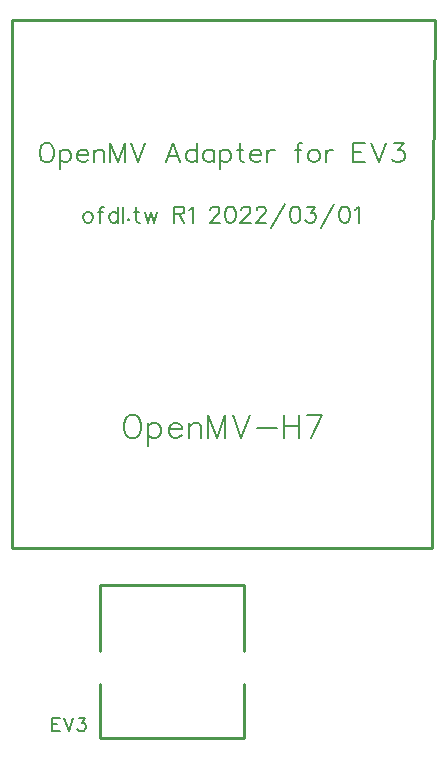
<source format=gto>
G04 Layer: TopSilkscreenLayer*
G04 EasyEDA v6.4.31, 2022-02-28 12:57:49*
G04 375ee36b19e9497eac9c01c2f8449273,7b35ab87edb5478c89a92b32cd25319b,10*
G04 Gerber Generator version 0.2*
G04 Scale: 100 percent, Rotated: No, Reflected: No *
G04 Dimensions in millimeters *
G04 leading zeros omitted , absolute positions ,4 integer and 5 decimal *
%FSLAX45Y45*%
%MOMM*%

%ADD10C,0.2540*%
%ADD16C,0.2032*%
%ADD17C,0.1524*%

%LPD*%
D16*
X1807971Y2948178D02*
G01*
X1789429Y2939034D01*
X1771142Y2920492D01*
X1761744Y2901950D01*
X1752600Y2874263D01*
X1752600Y2828289D01*
X1761744Y2800350D01*
X1771142Y2782062D01*
X1789429Y2763520D01*
X1807971Y2754376D01*
X1845055Y2754376D01*
X1863344Y2763520D01*
X1881886Y2782062D01*
X1891029Y2800350D01*
X1900428Y2828289D01*
X1900428Y2874263D01*
X1891029Y2901950D01*
X1881886Y2920492D01*
X1863344Y2939034D01*
X1845055Y2948178D01*
X1807971Y2948178D01*
X1961388Y2883662D02*
G01*
X1961388Y2689605D01*
X1961388Y2855976D02*
G01*
X1979929Y2874263D01*
X1998218Y2883662D01*
X2025904Y2883662D01*
X2044445Y2874263D01*
X2062988Y2855976D01*
X2072131Y2828289D01*
X2072131Y2809747D01*
X2062988Y2782062D01*
X2044445Y2763520D01*
X2025904Y2754376D01*
X1998218Y2754376D01*
X1979929Y2763520D01*
X1961388Y2782062D01*
X2133091Y2828289D02*
G01*
X2244090Y2828289D01*
X2244090Y2846578D01*
X2234691Y2865120D01*
X2225547Y2874263D01*
X2207006Y2883662D01*
X2179320Y2883662D01*
X2160777Y2874263D01*
X2142490Y2855976D01*
X2133091Y2828289D01*
X2133091Y2809747D01*
X2142490Y2782062D01*
X2160777Y2763520D01*
X2179320Y2754376D01*
X2207006Y2754376D01*
X2225547Y2763520D01*
X2244090Y2782062D01*
X2305050Y2883662D02*
G01*
X2305050Y2754376D01*
X2305050Y2846578D02*
G01*
X2332736Y2874263D01*
X2351024Y2883662D01*
X2378709Y2883662D01*
X2397252Y2874263D01*
X2406650Y2846578D01*
X2406650Y2754376D01*
X2467609Y2948178D02*
G01*
X2467609Y2754376D01*
X2467609Y2948178D02*
G01*
X2541270Y2754376D01*
X2615184Y2948178D02*
G01*
X2541270Y2754376D01*
X2615184Y2948178D02*
G01*
X2615184Y2754376D01*
X2676143Y2948178D02*
G01*
X2750058Y2754376D01*
X2823972Y2948178D02*
G01*
X2750058Y2754376D01*
X2884931Y2837434D02*
G01*
X3051302Y2837434D01*
X3112261Y2948178D02*
G01*
X3112261Y2754376D01*
X3241547Y2948178D02*
G01*
X3241547Y2754376D01*
X3112261Y2855976D02*
G01*
X3241547Y2855976D01*
X3431793Y2948178D02*
G01*
X3339338Y2754376D01*
X3302508Y2948178D02*
G01*
X3431793Y2948178D01*
X1087881Y5251450D02*
G01*
X1072387Y5243829D01*
X1056894Y5228336D01*
X1049020Y5212842D01*
X1041400Y5189728D01*
X1041400Y5151120D01*
X1049020Y5128005D01*
X1056894Y5112512D01*
X1072387Y5097018D01*
X1087881Y5089397D01*
X1118615Y5089397D01*
X1134110Y5097018D01*
X1149604Y5112512D01*
X1157223Y5128005D01*
X1165097Y5151120D01*
X1165097Y5189728D01*
X1157223Y5212842D01*
X1149604Y5228336D01*
X1134110Y5243829D01*
X1118615Y5251450D01*
X1087881Y5251450D01*
X1216152Y5197347D02*
G01*
X1216152Y5035295D01*
X1216152Y5174234D02*
G01*
X1231392Y5189728D01*
X1246886Y5197347D01*
X1270254Y5197347D01*
X1285494Y5189728D01*
X1300987Y5174234D01*
X1308862Y5151120D01*
X1308862Y5135626D01*
X1300987Y5112512D01*
X1285494Y5097018D01*
X1270254Y5089397D01*
X1246886Y5089397D01*
X1231392Y5097018D01*
X1216152Y5112512D01*
X1359662Y5151120D02*
G01*
X1452371Y5151120D01*
X1452371Y5166613D01*
X1444752Y5182107D01*
X1437131Y5189728D01*
X1421637Y5197347D01*
X1398523Y5197347D01*
X1383029Y5189728D01*
X1367536Y5174234D01*
X1359662Y5151120D01*
X1359662Y5135626D01*
X1367536Y5112512D01*
X1383029Y5097018D01*
X1398523Y5089397D01*
X1421637Y5089397D01*
X1437131Y5097018D01*
X1452371Y5112512D01*
X1503426Y5197347D02*
G01*
X1503426Y5089397D01*
X1503426Y5166613D02*
G01*
X1526794Y5189728D01*
X1542034Y5197347D01*
X1565402Y5197347D01*
X1580642Y5189728D01*
X1588515Y5166613D01*
X1588515Y5089397D01*
X1639570Y5251450D02*
G01*
X1639570Y5089397D01*
X1639570Y5251450D02*
G01*
X1701292Y5089397D01*
X1763013Y5251450D02*
G01*
X1701292Y5089397D01*
X1763013Y5251450D02*
G01*
X1763013Y5089397D01*
X1814068Y5251450D02*
G01*
X1876044Y5089397D01*
X1937765Y5251450D02*
G01*
X1876044Y5089397D01*
X2169668Y5251450D02*
G01*
X2107691Y5089397D01*
X2169668Y5251450D02*
G01*
X2231390Y5089397D01*
X2131059Y5143245D02*
G01*
X2208275Y5143245D01*
X2375154Y5251450D02*
G01*
X2375154Y5089397D01*
X2375154Y5174234D02*
G01*
X2359659Y5189728D01*
X2344165Y5197347D01*
X2321052Y5197347D01*
X2305558Y5189728D01*
X2290063Y5174234D01*
X2282443Y5151120D01*
X2282443Y5135626D01*
X2290063Y5112512D01*
X2305558Y5097018D01*
X2321052Y5089397D01*
X2344165Y5089397D01*
X2359659Y5097018D01*
X2375154Y5112512D01*
X2518918Y5197347D02*
G01*
X2518918Y5089397D01*
X2518918Y5174234D02*
G01*
X2503424Y5189728D01*
X2487929Y5197347D01*
X2464815Y5197347D01*
X2449322Y5189728D01*
X2433827Y5174234D01*
X2426208Y5151120D01*
X2426208Y5135626D01*
X2433827Y5112512D01*
X2449322Y5097018D01*
X2464815Y5089397D01*
X2487929Y5089397D01*
X2503424Y5097018D01*
X2518918Y5112512D01*
X2569972Y5197347D02*
G01*
X2569972Y5035295D01*
X2569972Y5174234D02*
G01*
X2585211Y5189728D01*
X2600706Y5197347D01*
X2623820Y5197347D01*
X2639313Y5189728D01*
X2654808Y5174234D01*
X2662681Y5151120D01*
X2662681Y5135626D01*
X2654808Y5112512D01*
X2639313Y5097018D01*
X2623820Y5089397D01*
X2600706Y5089397D01*
X2585211Y5097018D01*
X2569972Y5112512D01*
X2736850Y5251450D02*
G01*
X2736850Y5120131D01*
X2744470Y5097018D01*
X2759963Y5089397D01*
X2775458Y5089397D01*
X2713481Y5197347D02*
G01*
X2767584Y5197347D01*
X2826511Y5151120D02*
G01*
X2919222Y5151120D01*
X2919222Y5166613D01*
X2911347Y5182107D01*
X2903727Y5189728D01*
X2888234Y5197347D01*
X2865120Y5197347D01*
X2849625Y5189728D01*
X2834131Y5174234D01*
X2826511Y5151120D01*
X2826511Y5135626D01*
X2834131Y5112512D01*
X2849625Y5097018D01*
X2865120Y5089397D01*
X2888234Y5089397D01*
X2903727Y5097018D01*
X2919222Y5112512D01*
X2970022Y5197347D02*
G01*
X2970022Y5089397D01*
X2970022Y5151120D02*
G01*
X2977895Y5174234D01*
X2993390Y5189728D01*
X3008884Y5197347D01*
X3031997Y5197347D01*
X3263645Y5251450D02*
G01*
X3248406Y5251450D01*
X3232911Y5243829D01*
X3225038Y5220715D01*
X3225038Y5089397D01*
X3201924Y5197347D02*
G01*
X3256025Y5197347D01*
X3353308Y5197347D02*
G01*
X3338068Y5189728D01*
X3322574Y5174234D01*
X3314700Y5151120D01*
X3314700Y5135626D01*
X3322574Y5112512D01*
X3338068Y5097018D01*
X3353308Y5089397D01*
X3376675Y5089397D01*
X3391915Y5097018D01*
X3407409Y5112512D01*
X3415284Y5135626D01*
X3415284Y5151120D01*
X3407409Y5174234D01*
X3391915Y5189728D01*
X3376675Y5197347D01*
X3353308Y5197347D01*
X3466338Y5197347D02*
G01*
X3466338Y5089397D01*
X3466338Y5151120D02*
G01*
X3473958Y5174234D01*
X3489452Y5189728D01*
X3504945Y5197347D01*
X3528059Y5197347D01*
X3697986Y5251450D02*
G01*
X3697986Y5089397D01*
X3697986Y5251450D02*
G01*
X3798570Y5251450D01*
X3697986Y5174234D02*
G01*
X3759961Y5174234D01*
X3697986Y5089397D02*
G01*
X3798570Y5089397D01*
X3849370Y5251450D02*
G01*
X3911345Y5089397D01*
X3973068Y5251450D02*
G01*
X3911345Y5089397D01*
X4039615Y5251450D02*
G01*
X4124706Y5251450D01*
X4078224Y5189728D01*
X4101338Y5189728D01*
X4116831Y5182107D01*
X4124706Y5174234D01*
X4132325Y5151120D01*
X4132325Y5135626D01*
X4124706Y5112512D01*
X4109211Y5097018D01*
X4085843Y5089397D01*
X4062729Y5089397D01*
X4039615Y5097018D01*
X4031741Y5104637D01*
X4024122Y5120131D01*
X1441450Y4668773D02*
G01*
X1428750Y4662423D01*
X1416050Y4649723D01*
X1409700Y4630420D01*
X1409700Y4617720D01*
X1416050Y4598670D01*
X1428750Y4585970D01*
X1441450Y4579620D01*
X1460500Y4579620D01*
X1473454Y4585970D01*
X1486154Y4598670D01*
X1492504Y4617720D01*
X1492504Y4630420D01*
X1486154Y4649723D01*
X1473454Y4662423D01*
X1460500Y4668773D01*
X1441450Y4668773D01*
X1585213Y4713223D02*
G01*
X1572513Y4713223D01*
X1559813Y4706873D01*
X1553463Y4687823D01*
X1553463Y4579620D01*
X1534413Y4668773D02*
G01*
X1578863Y4668773D01*
X1703578Y4713223D02*
G01*
X1703578Y4579620D01*
X1703578Y4649723D02*
G01*
X1690878Y4662423D01*
X1678178Y4668773D01*
X1659128Y4668773D01*
X1646428Y4662423D01*
X1633728Y4649723D01*
X1627378Y4630420D01*
X1627378Y4617720D01*
X1633728Y4598670D01*
X1646428Y4585970D01*
X1659128Y4579620D01*
X1678178Y4579620D01*
X1690878Y4585970D01*
X1703578Y4598670D01*
X1745742Y4713223D02*
G01*
X1745742Y4579620D01*
X1794002Y4611370D02*
G01*
X1787652Y4605020D01*
X1794002Y4598670D01*
X1800352Y4605020D01*
X1794002Y4611370D01*
X1861565Y4713223D02*
G01*
X1861565Y4605020D01*
X1867915Y4585970D01*
X1880615Y4579620D01*
X1893315Y4579620D01*
X1842515Y4668773D02*
G01*
X1886965Y4668773D01*
X1935225Y4668773D02*
G01*
X1960879Y4579620D01*
X1986279Y4668773D02*
G01*
X1960879Y4579620D01*
X1986279Y4668773D02*
G01*
X2011679Y4579620D01*
X2037079Y4668773D02*
G01*
X2011679Y4579620D01*
X2177034Y4713223D02*
G01*
X2177034Y4579620D01*
X2177034Y4713223D02*
G01*
X2234438Y4713223D01*
X2253488Y4706873D01*
X2259838Y4700523D01*
X2266188Y4687823D01*
X2266188Y4675123D01*
X2259838Y4662423D01*
X2253488Y4656073D01*
X2234438Y4649723D01*
X2177034Y4649723D01*
X2221738Y4649723D02*
G01*
X2266188Y4579620D01*
X2308352Y4687823D02*
G01*
X2321052Y4694173D01*
X2340102Y4713223D01*
X2340102Y4579620D01*
X2486406Y4681473D02*
G01*
X2486406Y4687823D01*
X2492756Y4700523D01*
X2499106Y4706873D01*
X2511806Y4713223D01*
X2537459Y4713223D01*
X2550159Y4706873D01*
X2556509Y4700523D01*
X2562859Y4687823D01*
X2562859Y4675123D01*
X2556509Y4662423D01*
X2543809Y4643373D01*
X2480056Y4579620D01*
X2569209Y4579620D01*
X2649220Y4713223D02*
G01*
X2630170Y4706873D01*
X2617470Y4687823D01*
X2611120Y4656073D01*
X2611120Y4637023D01*
X2617470Y4605020D01*
X2630170Y4585970D01*
X2649220Y4579620D01*
X2662174Y4579620D01*
X2681224Y4585970D01*
X2693924Y4605020D01*
X2700274Y4637023D01*
X2700274Y4656073D01*
X2693924Y4687823D01*
X2681224Y4706873D01*
X2662174Y4713223D01*
X2649220Y4713223D01*
X2748534Y4681473D02*
G01*
X2748534Y4687823D01*
X2754884Y4700523D01*
X2761234Y4706873D01*
X2774188Y4713223D01*
X2799588Y4713223D01*
X2812288Y4706873D01*
X2818638Y4700523D01*
X2824988Y4687823D01*
X2824988Y4675123D01*
X2818638Y4662423D01*
X2805938Y4643373D01*
X2742184Y4579620D01*
X2831338Y4579620D01*
X2879597Y4681473D02*
G01*
X2879597Y4687823D01*
X2885947Y4700523D01*
X2892552Y4706873D01*
X2905252Y4713223D01*
X2930652Y4713223D01*
X2943352Y4706873D01*
X2949702Y4700523D01*
X2956052Y4687823D01*
X2956052Y4675123D01*
X2949702Y4662423D01*
X2937002Y4643373D01*
X2873247Y4579620D01*
X2962402Y4579620D01*
X3118865Y4738623D02*
G01*
X3004311Y4535170D01*
X3199129Y4713223D02*
G01*
X3180079Y4706873D01*
X3167379Y4687823D01*
X3161029Y4656073D01*
X3161029Y4637023D01*
X3167379Y4605020D01*
X3180079Y4585970D01*
X3199129Y4579620D01*
X3211829Y4579620D01*
X3230879Y4585970D01*
X3243579Y4605020D01*
X3250184Y4637023D01*
X3250184Y4656073D01*
X3243579Y4687823D01*
X3230879Y4706873D01*
X3211829Y4713223D01*
X3199129Y4713223D01*
X3304793Y4713223D02*
G01*
X3374897Y4713223D01*
X3336543Y4662423D01*
X3355593Y4662423D01*
X3368547Y4656073D01*
X3374897Y4649723D01*
X3381247Y4630420D01*
X3381247Y4617720D01*
X3374897Y4598670D01*
X3361943Y4585970D01*
X3342893Y4579620D01*
X3323843Y4579620D01*
X3304793Y4585970D01*
X3298443Y4592320D01*
X3292093Y4605020D01*
X3537711Y4738623D02*
G01*
X3423158Y4535170D01*
X3617975Y4713223D02*
G01*
X3598672Y4706873D01*
X3585972Y4687823D01*
X3579622Y4656073D01*
X3579622Y4637023D01*
X3585972Y4605020D01*
X3598672Y4585970D01*
X3617975Y4579620D01*
X3630675Y4579620D01*
X3649725Y4585970D01*
X3662425Y4605020D01*
X3668775Y4637023D01*
X3668775Y4656073D01*
X3662425Y4687823D01*
X3649725Y4706873D01*
X3630675Y4713223D01*
X3617975Y4713223D01*
X3710686Y4687823D02*
G01*
X3723640Y4694173D01*
X3742690Y4713223D01*
X3742690Y4579620D01*
D17*
X1143000Y382015D02*
G01*
X1143000Y273050D01*
X1143000Y382015D02*
G01*
X1210563Y382015D01*
X1143000Y330200D02*
G01*
X1184655Y330200D01*
X1143000Y273050D02*
G01*
X1210563Y273050D01*
X1244854Y382015D02*
G01*
X1286510Y273050D01*
X1327912Y382015D02*
G01*
X1286510Y273050D01*
X1372615Y382015D02*
G01*
X1429765Y382015D01*
X1398523Y340360D01*
X1414271Y340360D01*
X1424686Y335279D01*
X1429765Y330200D01*
X1435100Y314452D01*
X1435100Y304037D01*
X1429765Y288544D01*
X1419352Y278129D01*
X1403857Y273050D01*
X1388110Y273050D01*
X1372615Y278129D01*
X1367536Y283210D01*
X1362202Y293623D01*
D10*
X809000Y1826900D02*
G01*
X4365000Y1826900D01*
X4365000Y4265300D01*
X4390400Y6297300D01*
X809000Y6297300D01*
X809000Y1852300D01*
X809000Y1826900D01*
X2769001Y671408D02*
G01*
X2768998Y211406D01*
X1549001Y211406D02*
G01*
X1548998Y671408D01*
X1548998Y1511406D02*
G01*
X2768998Y1511406D01*
X1548998Y211404D02*
G01*
X2768998Y211406D01*
X1548998Y951407D02*
G01*
X1548996Y1511411D01*
X2769001Y1511409D02*
G01*
X2769001Y951407D01*
M02*

</source>
